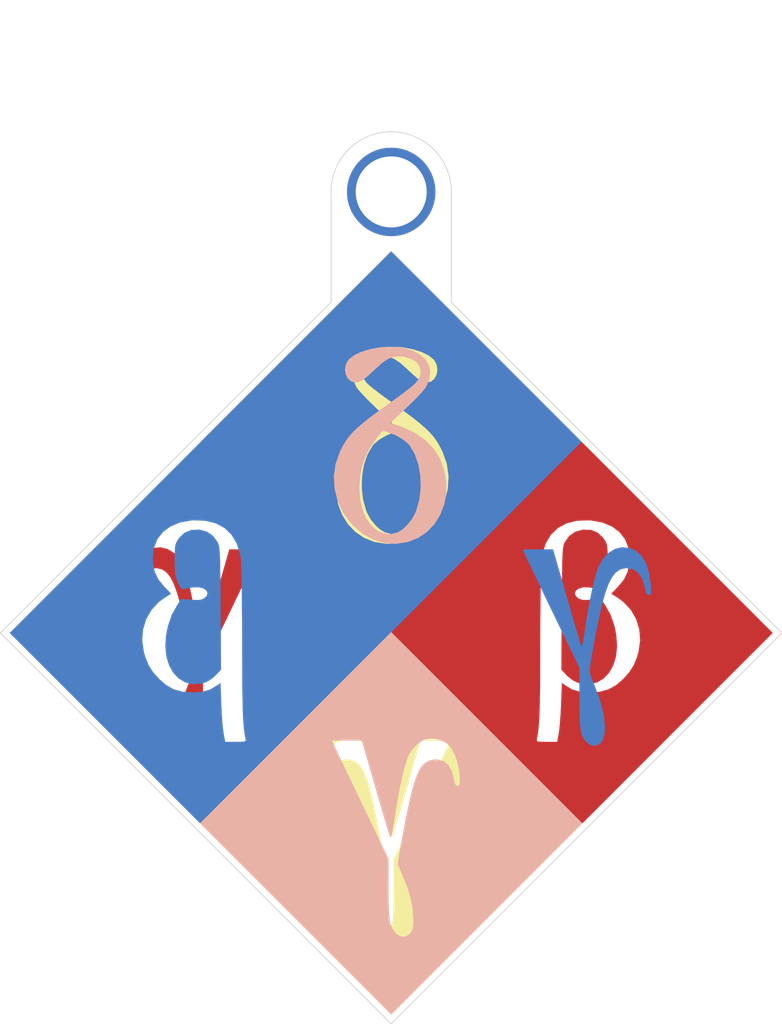
<source format=kicad_pcb>
(kicad_pcb (version 20171130) (host pcbnew "(5.1.9)-1")

  (general
    (thickness 1.6)
    (drawings 8)
    (tracks 0)
    (zones 0)
    (modules 7)
    (nets 1)
  )

  (page A4)
  (title_block
    (title "Diamond Keychain")
    (date 2019-12-18)
    (rev A)
    (company "Blacker Hovse Electrical Engineering")
    (comment 1 "BS EE 2020")
    (comment 2 "Ray Sun")
  )

  (layers
    (0 F.Cu signal)
    (31 B.Cu signal)
    (32 B.Adhes user hide)
    (33 F.Adhes user hide)
    (34 B.Paste user hide)
    (35 F.Paste user hide)
    (36 B.SilkS user)
    (37 F.SilkS user)
    (38 B.Mask user)
    (39 F.Mask user)
    (40 Dwgs.User user)
    (41 Cmts.User user)
    (42 Eco1.User user)
    (43 Eco2.User user)
    (44 Edge.Cuts user)
    (45 Margin user)
    (46 B.CrtYd user)
    (47 F.CrtYd user)
    (48 B.Fab user)
    (49 F.Fab user)
  )

  (setup
    (last_trace_width 0.25)
    (trace_clearance 0.2)
    (zone_clearance 0.508)
    (zone_45_only no)
    (trace_min 0.2)
    (via_size 0.8)
    (via_drill 0.4)
    (via_min_size 0.4)
    (via_min_drill 0.3)
    (uvia_size 0.3)
    (uvia_drill 0.1)
    (uvias_allowed no)
    (uvia_min_size 0.2)
    (uvia_min_drill 0.1)
    (edge_width 0.05)
    (segment_width 0.2)
    (pcb_text_width 0.3)
    (pcb_text_size 1.5 1.5)
    (mod_edge_width 0.12)
    (mod_text_size 1 1)
    (mod_text_width 0.15)
    (pad_size 5.6 5.6)
    (pad_drill 4.5)
    (pad_to_mask_clearance 0.051)
    (solder_mask_min_width 0.25)
    (aux_axis_origin 0 0)
    (visible_elements 7FFFFFFF)
    (pcbplotparams
      (layerselection 0x010f0_ffffffff)
      (usegerberextensions true)
      (usegerberattributes false)
      (usegerberadvancedattributes false)
      (creategerberjobfile false)
      (excludeedgelayer true)
      (linewidth 0.100000)
      (plotframeref false)
      (viasonmask false)
      (mode 1)
      (useauxorigin false)
      (hpglpennumber 1)
      (hpglpenspeed 20)
      (hpglpendiameter 15.000000)
      (psnegative false)
      (psa4output false)
      (plotreference false)
      (plotvalue false)
      (plotinvisibletext false)
      (padsonsilk true)
      (subtractmaskfromsilk true)
      (outputformat 1)
      (mirror false)
      (drillshape 0)
      (scaleselection 1)
      (outputdirectory "gerber/"))
  )

  (net 0 "")

  (net_class Default "This is the default net class."
    (clearance 0.2)
    (trace_width 0.25)
    (via_dia 0.8)
    (via_drill 0.4)
    (uvia_dia 0.3)
    (uvia_drill 0.1)
  )

  (module crest:blacker_diamond_alt_300_silk (layer B.Cu) (tedit 0) (tstamp 605F1FCC)
    (at 0.042545 -25.442545 180)
    (fp_text reference G*** (at 0 0) (layer B.SilkS) hide
      (effects (font (size 1.524 1.524) (thickness 0.3)) (justify mirror))
    )
    (fp_text value LOGO (at 0.75 0) (layer B.SilkS) hide
      (effects (font (size 1.524 1.524) (thickness 0.3)) (justify mirror))
    )
    (fp_poly (pts (xy 6.096 -6.053666) (xy 12.14937 -12.107481) (xy 6.095704 -18.161148) (xy 0.042037 -24.214814)
      (xy -6.011334 -18.161) (xy -12.064705 -12.107185) (xy -9.328736 -9.371216) (xy -4.318 -9.371216)
      (xy -4.30507 -9.604822) (xy -4.253967 -9.7125) (xy -4.158281 -9.736666) (xy -4.051664 -9.698763)
      (xy -3.982698 -9.560251) (xy -3.93855 -9.336487) (xy -3.80341 -8.807027) (xy -3.579972 -8.41485)
      (xy -3.272816 -8.164457) (xy -2.886518 -8.060355) (xy -2.647698 -8.06643) (xy -2.331797 -8.142308)
      (xy -2.066073 -8.304135) (xy -1.837224 -8.570005) (xy -1.631948 -8.958013) (xy -1.436943 -9.486253)
      (xy -1.321515 -9.870329) (xy -1.218403 -10.270489) (xy -1.096517 -10.801981) (xy -0.963128 -11.428819)
      (xy -0.825502 -12.115015) (xy -0.690911 -12.824584) (xy -0.566622 -13.521539) (xy -0.48486 -14.012333)
      (xy -0.376066 -14.689666) (xy -0.70475 -15.451666) (xy -1.004637 -16.2128) (xy -1.206995 -16.897893)
      (xy -1.323149 -17.560614) (xy -1.364427 -18.254631) (xy -1.362191 -18.567015) (xy -1.290397 -18.899926)
      (xy -1.116293 -19.140579) (xy -0.875523 -19.273951) (xy -0.603732 -19.285019) (xy -0.336564 -19.158761)
      (xy -0.222447 -19.04737) (xy -0.092188 -18.877723) (xy 0.009076 -18.70009) (xy 0.085001 -18.490983)
      (xy 0.139248 -18.226913) (xy 0.175474 -17.884393) (xy 0.197339 -17.439933) (xy 0.2085 -16.870045)
      (xy 0.212345 -16.256) (xy 0.217963 -14.351) (xy 1.644238 -11.387666) (xy 1.978715 -10.692186)
      (xy 2.305073 -10.012568) (xy 2.612457 -9.371488) (xy 2.890013 -8.791626) (xy 3.126885 -8.295659)
      (xy 3.312219 -7.906264) (xy 3.435161 -7.64612) (xy 3.437483 -7.641166) (xy 3.804453 -6.858)
      (xy 1.901124 -6.858) (xy 1.065521 -9.757833) (xy 0.868403 -10.439457) (xy 0.682461 -11.077797)
      (xy 0.513726 -11.652492) (xy 0.368232 -12.143182) (xy 0.252012 -12.529506) (xy 0.171097 -12.791102)
      (xy 0.134119 -12.90138) (xy 0.098384 -12.970183) (xy 0.064377 -12.971151) (xy 0.027694 -12.886658)
      (xy -0.016071 -12.699075) (xy -0.071322 -12.390777) (xy -0.142463 -11.944135) (xy -0.200945 -11.56047)
      (xy -0.341633 -10.694126) (xy -0.491317 -9.891635) (xy -0.645163 -9.173919) (xy -0.798337 -8.5619)
      (xy -0.946006 -8.076502) (xy -1.083334 -7.738646) (xy -1.084478 -7.736399) (xy -1.299651 -7.411067)
      (xy -1.579902 -7.117762) (xy -1.87745 -6.900208) (xy -2.097053 -6.809818) (xy -2.302612 -6.762203)
      (xy -2.423742 -6.730585) (xy -2.611346 -6.729218) (xy -2.884756 -6.786414) (xy -3.179134 -6.883412)
      (xy -3.429637 -7.00145) (xy -3.486378 -7.038045) (xy -3.745635 -7.309227) (xy -3.97165 -7.711402)
      (xy -4.151177 -8.207415) (xy -4.270974 -8.760112) (xy -4.317798 -9.332336) (xy -4.318 -9.371216)
      (xy -9.328736 -9.371216) (xy 0.042629 0.000149) (xy 6.096 -6.053666)) (layer B.SilkS) (width 0.01))
    (fp_poly (pts (xy 0.60928 18.061023) (xy 0.830457 18.03588) (xy 1.435812 17.919392) (xy 1.977526 17.744766)
      (xy 2.421645 17.525824) (xy 2.734215 17.276386) (xy 2.755205 17.252354) (xy 2.918104 16.959061)
      (xy 2.967906 16.636308) (xy 2.916452 16.323316) (xy 2.775581 16.059307) (xy 2.557135 15.883501)
      (xy 2.326615 15.832667) (xy 2.151737 15.84912) (xy 1.978198 15.910444) (xy 1.77895 16.034586)
      (xy 1.526945 16.239496) (xy 1.195133 16.543119) (xy 1.05405 16.677071) (xy 0.627015 17.056534)
      (xy 0.260607 17.309341) (xy -0.078724 17.449562) (xy -0.424529 17.491269) (xy -0.793177 17.451792)
      (xy -1.256962 17.307009) (xy -1.590751 17.081432) (xy -1.78641 16.793378) (xy -1.835807 16.461161)
      (xy -1.730811 16.103097) (xy -1.524753 15.804126) (xy -1.377298 15.665734) (xy -1.117948 15.452402)
      (xy -0.774111 15.185456) (xy -0.3732 14.886224) (xy 0.016238 14.60518) (xy 0.729256 14.094038)
      (xy 1.316864 13.659005) (xy 1.795658 13.283953) (xy 2.182237 12.952756) (xy 2.493198 12.649287)
      (xy 2.745139 12.357419) (xy 2.954658 12.061026) (xy 3.138352 11.74398) (xy 3.302607 11.412081)
      (xy 3.566339 10.654792) (xy 3.672696 9.870419) (xy 3.625908 9.082457) (xy 3.430203 8.314401)
      (xy 3.089812 7.589743) (xy 2.608962 6.93198) (xy 2.469309 6.782789) (xy 1.839229 6.243002)
      (xy 1.171509 5.865444) (xy 0.471265 5.651669) (xy -0.256388 5.603233) (xy -1.006335 5.721691)
      (xy -1.013948 5.723729) (xy -1.669643 5.982035) (xy -2.23521 6.368665) (xy -2.703035 6.864073)
      (xy -3.065503 7.448712) (xy -3.314998 8.103038) (xy -3.443906 8.807503) (xy -3.444256 9.172622)
      (xy -1.828853 9.172622) (xy -1.748158 8.436201) (xy -1.560251 7.745472) (xy -1.470755 7.526203)
      (xy -1.255961 7.147263) (xy -0.977927 6.797062) (xy -0.67376 6.51372) (xy -0.38057 6.33536)
      (xy -0.280171 6.30313) (xy -0.077231 6.256253) (xy 0.042333 6.225697) (xy 0.225479 6.222418)
      (xy 0.488446 6.27116) (xy 0.756018 6.355847) (xy 0.853029 6.398945) (xy 1.036868 6.52585)
      (xy 1.261328 6.726711) (xy 1.377141 6.847168) (xy 1.669773 7.282969) (xy 1.884661 7.836126)
      (xy 2.017657 8.471496) (xy 2.064618 9.153932) (xy 2.021399 9.84829) (xy 1.883854 10.519425)
      (xy 1.830463 10.690736) (xy 1.585027 11.31536) (xy 1.2845 11.861417) (xy 0.88386 12.410487)
      (xy 0.876006 12.420217) (xy 0.588896 12.775433) (xy 0.210626 12.661591) (xy -0.266901 12.472831)
      (xy -0.704802 12.217564) (xy -1.048276 11.929768) (xy -1.137591 11.825618) (xy -1.456704 11.281234)
      (xy -1.680221 10.63262) (xy -1.805239 9.917255) (xy -1.828853 9.172622) (xy -3.444256 9.172622)
      (xy -3.444611 9.542562) (xy -3.309498 10.288669) (xy -3.057833 10.969881) (xy -2.669379 11.602741)
      (xy -2.137974 12.156571) (xy -1.474864 12.622324) (xy -0.691294 12.990954) (xy -0.432831 13.081768)
      (xy 0.108005 13.25818) (xy -0.926897 14.227924) (xy -1.290609 14.577895) (xy -1.62391 14.915509)
      (xy -1.900434 15.212785) (xy -2.093811 15.441743) (xy -2.159927 15.536334) (xy -2.374064 16.030092)
      (xy -2.431537 16.492446) (xy -2.343577 16.914009) (xy -2.121417 17.285392) (xy -1.776287 17.597208)
      (xy -1.319421 17.840067) (xy -0.76205 18.004581) (xy -0.115406 18.081363) (xy 0.60928 18.061023)) (layer B.SilkS) (width 0.01))
  )

  (module crest:blacker_diamond_alt_300_cu (layer B.Cu) (tedit 0) (tstamp 605F1DF6)
    (at 0.042545 -25.442545 180)
    (fp_text reference G*** (at 0 0) (layer B.SilkS) hide
      (effects (font (size 1.524 1.524) (thickness 0.3)) (justify mirror))
    )
    (fp_text value LOGO (at 0.75 0) (layer B.SilkS) hide
      (effects (font (size 1.524 1.524) (thickness 0.3)) (justify mirror))
    )
    (fp_poly (pts (xy 12.727485 6.474005) (xy 13.141633 6.300784) (xy 13.476249 5.979228) (xy 13.533055 5.898451)
      (xy 13.630614 5.739967) (xy 13.695075 5.589632) (xy 13.733246 5.407548) (xy 13.751934 5.15382)
      (xy 13.757948 4.788551) (xy 13.758333 4.578184) (xy 13.753932 4.129506) (xy 13.736406 3.804478)
      (xy 13.69927 3.557545) (xy 13.636038 3.343153) (xy 13.554642 3.147408) (xy 13.428457 2.891481)
      (xy 13.329043 2.764312) (xy 13.227048 2.734897) (xy 13.173642 2.744974) (xy 12.987534 2.783308)
      (xy 12.712334 2.826587) (xy 12.554317 2.847432) (xy 12.203129 2.848614) (xy 11.926955 2.772645)
      (xy 11.745224 2.640244) (xy 11.677361 2.47213) (xy 11.742795 2.289022) (xy 11.899297 2.148836)
      (xy 12.056192 2.073342) (xy 12.25825 2.041082) (xy 12.555392 2.046662) (xy 12.72621 2.059468)
      (xy 13.337826 2.111168) (xy 13.607079 1.711751) (xy 13.953816 1.085187) (xy 14.192562 0.381717)
      (xy 14.303904 -0.180253) (xy 14.353423 -0.884103) (xy 14.287835 -1.524004) (xy 14.118475 -2.086341)
      (xy 13.856676 -2.5575) (xy 13.513773 -2.923865) (xy 13.101101 -3.171821) (xy 12.629993 -3.287754)
      (xy 12.111786 -3.258047) (xy 11.811 -3.174767) (xy 11.552313 -3.039787) (xy 11.275401 -2.831282)
      (xy 11.150861 -2.711836) (xy 10.829389 -2.368707) (xy 10.854527 1.503814) (xy 10.860859 2.419849)
      (xy 10.867356 3.18222) (xy 10.874711 3.806594) (xy 10.883616 4.30864) (xy 10.894762 4.704027)
      (xy 10.908841 5.008421) (xy 10.926545 5.237491) (xy 10.948566 5.406906) (xy 10.975596 5.532333)
      (xy 11.008326 5.62944) (xy 11.039748 5.698613) (xy 11.326489 6.101326) (xy 11.714921 6.370481)
      (xy 12.192899 6.497879) (xy 12.228759 6.501223) (xy 12.727485 6.474005)) (layer B.Cu) (width 0.01))
    (fp_poly (pts (xy -14.130238 5.275583) (xy -13.71368 5.01897) (xy -13.356626 4.622775) (xy -13.074126 4.096713)
      (xy -13.041962 4.014793) (xy -12.923775 3.646157) (xy -12.792558 3.142687) (xy -12.655252 2.537703)
      (xy -12.518799 1.864521) (xy -12.390138 1.156461) (xy -12.276211 0.446841) (xy -12.227207 0.103804)
      (xy -12.167584 -0.297372) (xy -12.110168 -0.619234) (xy -12.060538 -0.834837) (xy -12.024269 -0.917232)
      (xy -12.016958 -0.912196) (xy -11.981216 -0.808711) (xy -11.90437 -0.561175) (xy -11.79198 -0.188315)
      (xy -11.649605 0.291142) (xy -11.482802 0.858471) (xy -11.297133 1.494945) (xy -11.098154 2.181837)
      (xy -11.086417 2.2225) (xy -10.212922 5.249334) (xy -8.295061 5.249334) (xy -8.414682 4.974167)
      (xy -8.475578 4.842302) (xy -8.602116 4.574734) (xy -8.786269 4.188228) (xy -9.020009 3.699548)
      (xy -9.295309 3.12546) (xy -9.604141 2.482729) (xy -9.938478 1.788118) (xy -10.20863 1.227667)
      (xy -11.882957 -2.243666) (xy -11.89088 -4.191) (xy -11.896098 -4.885302) (xy -11.907981 -5.433432)
      (xy -11.930329 -5.85853) (xy -11.966943 -6.183732) (xy -12.021623 -6.432176) (xy -12.09817 -6.627)
      (xy -12.200386 -6.791343) (xy -12.33207 -6.948341) (xy -12.346361 -6.963833) (xy -12.61642 -7.153548)
      (xy -12.909135 -7.18542) (xy -13.19303 -7.056336) (xy -13.202871 -7.0485) (xy -13.380687 -6.800929)
      (xy -13.478192 -6.426409) (xy -13.497717 -5.945789) (xy -13.441595 -5.379915) (xy -13.312159 -4.749636)
      (xy -13.111741 -4.075798) (xy -12.842673 -3.37925) (xy -12.775292 -3.226789) (xy -12.650389 -2.918062)
      (xy -12.562232 -2.637987) (xy -12.530667 -2.455173) (xy -12.547649 -2.254434) (xy -12.594849 -1.918413)
      (xy -12.666647 -1.477327) (xy -12.757425 -0.96139) (xy -12.861564 -0.400819) (xy -12.973445 0.17417)
      (xy -13.087448 0.73336) (xy -13.197956 1.246538) (xy -13.299348 1.683485) (xy -13.303281 1.699545)
      (xy -13.509427 2.451006) (xy -13.72325 3.044378) (xy -13.952229 3.490908) (xy -14.20384 3.801839)
      (xy -14.485563 3.988418) (xy -14.804877 4.061888) (xy -14.875726 4.064) (xy -15.283515 3.989073)
      (xy -15.611923 3.765776) (xy -15.858991 3.396337) (xy -16.022761 2.882984) (xy -16.051345 2.726904)
      (xy -16.106483 2.493031) (xy -16.189217 2.388427) (xy -16.27892 2.370667) (xy -16.363809 2.382138)
      (xy -16.410515 2.439668) (xy -16.425532 2.577933) (xy -16.415354 2.83161) (xy -16.401811 3.026834)
      (xy -16.298293 3.75902) (xy -16.105536 4.362831) (xy -15.826915 4.832374) (xy -15.465807 5.161754)
      (xy -15.081658 5.331207) (xy -14.591248 5.3829) (xy -14.130238 5.275583)) (layer B.Cu) (width 0.01))
    (fp_poly (pts (xy 24.214778 -0.042665) (xy 18.182056 -6.074944) (xy 12.149335 -12.107223) (xy 6.889223 -6.847014)
      (xy 9.255403 -6.847014) (xy 9.290502 -6.903644) (xy 9.406288 -6.931898) (xy 9.635138 -6.941618)
      (xy 9.89534 -6.942666) (xy 10.56524 -6.942666) (xy 10.663121 -6.4135) (xy 10.701182 -6.138366)
      (xy 10.739643 -5.73969) (xy 10.774854 -5.263212) (xy 10.803165 -4.754676) (xy 10.811877 -4.548945)
      (xy 10.862753 -3.213557) (xy 11.040543 -3.345248) (xy 11.499048 -3.61872) (xy 11.993827 -3.771323)
      (xy 12.577604 -3.818948) (xy 12.612052 -3.818846) (xy 13.268307 -3.768555) (xy 13.819316 -3.616217)
      (xy 14.305887 -3.345467) (xy 14.746205 -2.963071) (xy 15.141773 -2.515365) (xy 15.422525 -2.072967)
      (xy 15.626615 -1.568561) (xy 15.717864 -1.24871) (xy 15.822654 -0.528434) (xy 15.771324 0.170277)
      (xy 15.572036 0.825783) (xy 15.232956 1.416447) (xy 14.762248 1.920631) (xy 14.429116 2.166844)
      (xy 13.993332 2.445611) (xy 14.434109 2.900688) (xy 14.804347 3.35941) (xy 15.034206 3.84401)
      (xy 15.141385 4.399558) (xy 15.154506 4.73525) (xy 15.078618 5.358746) (xy 14.85928 5.900965)
      (xy 14.506029 6.35321) (xy 14.028401 6.706788) (xy 13.435935 6.953003) (xy 12.738167 7.083162)
      (xy 12.565264 7.095691) (xy 11.813184 7.068432) (xy 11.159249 6.904968) (xy 10.60835 6.609282)
      (xy 10.165377 6.185357) (xy 9.835221 5.637175) (xy 9.62277 4.968719) (xy 9.570254 4.656436)
      (xy 9.554712 4.452474) (xy 9.54001 4.09715) (xy 9.526434 3.608436) (xy 9.51427 3.004303)
      (xy 9.503805 2.302723) (xy 9.495325 1.521665) (xy 9.489117 0.679102) (xy 9.485465 -0.206995)
      (xy 9.484641 -0.719666) (xy 9.482849 -1.827678) (xy 9.478759 -2.781045) (xy 9.471843 -3.594444)
      (xy 9.461577 -4.282553) (xy 9.447434 -4.860052) (xy 9.42889 -5.341618) (xy 9.405418 -5.741929)
      (xy 9.376492 -6.075664) (xy 9.341588 -6.357501) (xy 9.300179 -6.602119) (xy 9.26861 -6.752166)
      (xy 9.255403 -6.847014) (xy 6.889223 -6.847014) (xy -12.022779 12.065333) (xy -5.990057 18.097612)
      (xy 0.042664 24.129891) (xy 24.214778 -0.042665)) (layer B.Cu) (width 0.01))
  )

  (module crest:blacker_diamond_alt_300_mask (layer B.Cu) (tedit 0) (tstamp 605F1FBD)
    (at 0.042545 -25.442545 180)
    (fp_text reference G*** (at 0 0) (layer B.SilkS) hide
      (effects (font (size 1.524 1.524) (thickness 0.3)) (justify mirror))
    )
    (fp_text value LOGO (at 0.75 0) (layer B.SilkS) hide
      (effects (font (size 1.524 1.524) (thickness 0.3)) (justify mirror))
    )
    (fp_poly (pts (xy 18.161074 6.011112) (xy 24.214814 -0.042629) (xy 18.182019 -6.074981) (xy 12.149224 -12.107334)
      (xy 6.095926 -6.053593) (xy 0.042629 0.000148) (xy 12.107333 12.064852) (xy 18.161074 6.011112)) (layer B.Mask) (width 0.01))
    (fp_poly (pts (xy -14.531076 5.376748) (xy -14.381197 5.338158) (xy -14.204387 5.297515) (xy -13.927621 5.172688)
      (xy -13.629695 4.936918) (xy -13.358391 4.63393) (xy -13.191811 4.370934) (xy -13.054595 4.034464)
      (xy -12.906996 3.550268) (xy -12.753849 2.939268) (xy -12.599987 2.222388) (xy -12.450246 1.420549)
      (xy -12.309458 0.554673) (xy -12.308278 0.546863) (xy -12.224085 -0.001886) (xy -12.158721 -0.400532)
      (xy -12.107782 -0.6667) (xy -12.066863 -0.818018) (xy -12.031559 -0.872114) (xy -11.997466 -0.846614)
      (xy -11.973215 -0.794047) (xy -11.927918 -0.657506) (xy -11.842068 -0.378527) (xy -11.721697 0.02253)
      (xy -11.572837 0.525304) (xy -11.401522 1.109433) (xy -11.213784 1.754558) (xy -11.041812 2.3495)
      (xy -10.206209 5.249334) (xy -8.30288 5.249334) (xy -8.66985 4.466167) (xy -8.790981 4.209777)
      (xy -8.974794 3.823532) (xy -9.210434 3.33011) (xy -9.487046 2.752189) (xy -9.793776 2.112446)
      (xy -10.119769 1.433561) (xy -10.454171 0.738209) (xy -10.463095 0.719667) (xy -11.88937 -2.243666)
      (xy -11.894988 -4.148666) (xy -11.899829 -4.846365) (xy -11.9122 -5.398264) (xy -11.935759 -5.82785)
      (xy -11.974165 -6.158612) (xy -12.031077 -6.41404) (xy -12.110154 -6.617621) (xy -12.215053 -6.792843)
      (xy -12.329781 -6.940037) (xy -12.591605 -7.148191) (xy -12.874796 -7.193117) (xy -13.156385 -7.073602)
      (xy -13.254182 -6.988848) (xy -13.429192 -6.711304) (xy -13.469524 -6.459681) (xy -13.456205 -5.736657)
      (xy -13.372745 -5.067375) (xy -13.207819 -4.398169) (xy -12.950102 -3.675368) (xy -12.812083 -3.344333)
      (xy -12.483399 -2.582333) (xy -12.592194 -1.905) (xy -12.704046 -1.24094) (xy -12.83163 -0.53739)
      (xy -12.967677 0.169664) (xy -13.104917 0.844236) (xy -13.236082 1.450338) (xy -13.353901 1.951984)
      (xy -13.428848 2.237005) (xy -13.62403 2.856312) (xy -13.821646 3.324729) (xy -14.035 3.66035)
      (xy -14.277394 3.88127) (xy -14.56213 4.005583) (xy -14.755032 4.040903) (xy -15.18199 4.017319)
      (xy -15.532268 3.845024) (xy -15.801288 3.528522) (xy -15.984473 3.072316) (xy -16.045883 2.770847)
      (xy -16.098934 2.51796) (xy -16.172325 2.397206) (xy -16.265614 2.370667) (xy -16.367712 2.400253)
      (xy -16.414772 2.51718) (xy -16.425334 2.736117) (xy -16.38398 3.30832) (xy -16.268748 3.863534)
      (xy -16.092881 4.364603) (xy -15.869621 4.774373) (xy -15.612213 5.055689) (xy -15.593711 5.069288)
      (xy -15.368923 5.189975) (xy -15.08087 5.295232) (xy -14.794393 5.366297) (xy -14.574333 5.38441)
      (xy -14.531076 5.376748)) (layer B.Mask) (width 0.01))
  )

  (module crest:blacker_diamond_alt_300_silk (layer F.Cu) (tedit 0) (tstamp 605F1FAE)
    (at -0.042545 -25.442545)
    (fp_text reference G*** (at 0 0) (layer F.SilkS) hide
      (effects (font (size 1.524 1.524) (thickness 0.3)))
    )
    (fp_text value LOGO (at 0.75 0) (layer F.SilkS) hide
      (effects (font (size 1.524 1.524) (thickness 0.3)))
    )
    (fp_poly (pts (xy 0.60928 -18.061023) (xy 0.830457 -18.03588) (xy 1.435812 -17.919392) (xy 1.977526 -17.744766)
      (xy 2.421645 -17.525824) (xy 2.734215 -17.276386) (xy 2.755205 -17.252354) (xy 2.918104 -16.959061)
      (xy 2.967906 -16.636308) (xy 2.916452 -16.323316) (xy 2.775581 -16.059307) (xy 2.557135 -15.883501)
      (xy 2.326615 -15.832667) (xy 2.151737 -15.84912) (xy 1.978198 -15.910444) (xy 1.77895 -16.034586)
      (xy 1.526945 -16.239496) (xy 1.195133 -16.543119) (xy 1.05405 -16.677071) (xy 0.627015 -17.056534)
      (xy 0.260607 -17.309341) (xy -0.078724 -17.449562) (xy -0.424529 -17.491269) (xy -0.793177 -17.451792)
      (xy -1.256962 -17.307009) (xy -1.590751 -17.081432) (xy -1.78641 -16.793378) (xy -1.835807 -16.461161)
      (xy -1.730811 -16.103097) (xy -1.524753 -15.804126) (xy -1.377298 -15.665734) (xy -1.117948 -15.452402)
      (xy -0.774111 -15.185456) (xy -0.3732 -14.886224) (xy 0.016238 -14.60518) (xy 0.729256 -14.094038)
      (xy 1.316864 -13.659005) (xy 1.795658 -13.283953) (xy 2.182237 -12.952756) (xy 2.493198 -12.649287)
      (xy 2.745139 -12.357419) (xy 2.954658 -12.061026) (xy 3.138352 -11.74398) (xy 3.302607 -11.412081)
      (xy 3.566339 -10.654792) (xy 3.672696 -9.870419) (xy 3.625908 -9.082457) (xy 3.430203 -8.314401)
      (xy 3.089812 -7.589743) (xy 2.608962 -6.93198) (xy 2.469309 -6.782789) (xy 1.839229 -6.243002)
      (xy 1.171509 -5.865444) (xy 0.471265 -5.651669) (xy -0.256388 -5.603233) (xy -1.006335 -5.721691)
      (xy -1.013948 -5.723729) (xy -1.669643 -5.982035) (xy -2.23521 -6.368665) (xy -2.703035 -6.864073)
      (xy -3.065503 -7.448712) (xy -3.314998 -8.103038) (xy -3.443906 -8.807503) (xy -3.444256 -9.172622)
      (xy -1.828853 -9.172622) (xy -1.748158 -8.436201) (xy -1.560251 -7.745472) (xy -1.470755 -7.526203)
      (xy -1.255961 -7.147263) (xy -0.977927 -6.797062) (xy -0.67376 -6.51372) (xy -0.38057 -6.33536)
      (xy -0.280171 -6.30313) (xy -0.077231 -6.256253) (xy 0.042333 -6.225697) (xy 0.225479 -6.222418)
      (xy 0.488446 -6.27116) (xy 0.756018 -6.355847) (xy 0.853029 -6.398945) (xy 1.036868 -6.52585)
      (xy 1.261328 -6.726711) (xy 1.377141 -6.847168) (xy 1.669773 -7.282969) (xy 1.884661 -7.836126)
      (xy 2.017657 -8.471496) (xy 2.064618 -9.153932) (xy 2.021399 -9.84829) (xy 1.883854 -10.519425)
      (xy 1.830463 -10.690736) (xy 1.585027 -11.31536) (xy 1.2845 -11.861417) (xy 0.88386 -12.410487)
      (xy 0.876006 -12.420217) (xy 0.588896 -12.775433) (xy 0.210626 -12.661591) (xy -0.266901 -12.472831)
      (xy -0.704802 -12.217564) (xy -1.048276 -11.929768) (xy -1.137591 -11.825618) (xy -1.456704 -11.281234)
      (xy -1.680221 -10.63262) (xy -1.805239 -9.917255) (xy -1.828853 -9.172622) (xy -3.444256 -9.172622)
      (xy -3.444611 -9.542562) (xy -3.309498 -10.288669) (xy -3.057833 -10.969881) (xy -2.669379 -11.602741)
      (xy -2.137974 -12.156571) (xy -1.474864 -12.622324) (xy -0.691294 -12.990954) (xy -0.432831 -13.081768)
      (xy 0.108005 -13.25818) (xy -0.926897 -14.227924) (xy -1.290609 -14.577895) (xy -1.62391 -14.915509)
      (xy -1.900434 -15.212785) (xy -2.093811 -15.441743) (xy -2.159927 -15.536334) (xy -2.374064 -16.030092)
      (xy -2.431537 -16.492446) (xy -2.343577 -16.914009) (xy -2.121417 -17.285392) (xy -1.776287 -17.597208)
      (xy -1.319421 -17.840067) (xy -0.76205 -18.004581) (xy -0.115406 -18.081363) (xy 0.60928 -18.061023)) (layer F.SilkS) (width 0.01))
    (fp_poly (pts (xy 6.096 6.053666) (xy 12.14937 12.107481) (xy 6.095704 18.161148) (xy 0.042037 24.214814)
      (xy -6.011334 18.161) (xy -12.064705 12.107185) (xy -9.328736 9.371216) (xy -4.318 9.371216)
      (xy -4.30507 9.604822) (xy -4.253967 9.7125) (xy -4.158281 9.736666) (xy -4.051664 9.698763)
      (xy -3.982698 9.560251) (xy -3.93855 9.336487) (xy -3.80341 8.807027) (xy -3.579972 8.41485)
      (xy -3.272816 8.164457) (xy -2.886518 8.060355) (xy -2.647698 8.06643) (xy -2.331797 8.142308)
      (xy -2.066073 8.304135) (xy -1.837224 8.570005) (xy -1.631948 8.958013) (xy -1.436943 9.486253)
      (xy -1.321515 9.870329) (xy -1.218403 10.270489) (xy -1.096517 10.801981) (xy -0.963128 11.428819)
      (xy -0.825502 12.115015) (xy -0.690911 12.824584) (xy -0.566622 13.521539) (xy -0.48486 14.012333)
      (xy -0.376066 14.689666) (xy -0.70475 15.451666) (xy -1.004637 16.2128) (xy -1.206995 16.897893)
      (xy -1.323149 17.560614) (xy -1.364427 18.254631) (xy -1.362191 18.567015) (xy -1.290397 18.899926)
      (xy -1.116293 19.140579) (xy -0.875523 19.273951) (xy -0.603732 19.285019) (xy -0.336564 19.158761)
      (xy -0.222447 19.04737) (xy -0.092188 18.877723) (xy 0.009076 18.70009) (xy 0.085001 18.490983)
      (xy 0.139248 18.226913) (xy 0.175474 17.884393) (xy 0.197339 17.439933) (xy 0.2085 16.870045)
      (xy 0.212345 16.256) (xy 0.217963 14.351) (xy 1.644238 11.387666) (xy 1.978715 10.692186)
      (xy 2.305073 10.012568) (xy 2.612457 9.371488) (xy 2.890013 8.791626) (xy 3.126885 8.295659)
      (xy 3.312219 7.906264) (xy 3.435161 7.64612) (xy 3.437483 7.641166) (xy 3.804453 6.858)
      (xy 1.901124 6.858) (xy 1.065521 9.757833) (xy 0.868403 10.439457) (xy 0.682461 11.077797)
      (xy 0.513726 11.652492) (xy 0.368232 12.143182) (xy 0.252012 12.529506) (xy 0.171097 12.791102)
      (xy 0.134119 12.90138) (xy 0.098384 12.970183) (xy 0.064377 12.971151) (xy 0.027694 12.886658)
      (xy -0.016071 12.699075) (xy -0.071322 12.390777) (xy -0.142463 11.944135) (xy -0.200945 11.56047)
      (xy -0.341633 10.694126) (xy -0.491317 9.891635) (xy -0.645163 9.173919) (xy -0.798337 8.5619)
      (xy -0.946006 8.076502) (xy -1.083334 7.738646) (xy -1.084478 7.736399) (xy -1.299651 7.411067)
      (xy -1.579902 7.117762) (xy -1.87745 6.900208) (xy -2.097053 6.809818) (xy -2.302612 6.762203)
      (xy -2.423742 6.730585) (xy -2.611346 6.729218) (xy -2.884756 6.786414) (xy -3.179134 6.883412)
      (xy -3.429637 7.00145) (xy -3.486378 7.038045) (xy -3.745635 7.309227) (xy -3.97165 7.711402)
      (xy -4.151177 8.207415) (xy -4.270974 8.760112) (xy -4.317798 9.332336) (xy -4.318 9.371216)
      (xy -9.328736 9.371216) (xy 0.042629 -0.000149) (xy 6.096 6.053666)) (layer F.SilkS) (width 0.01))
  )

  (module crest:blacker_diamond_alt_300_mask (layer F.Cu) (tedit 0) (tstamp 605F2002)
    (at -0.042545 -25.442545)
    (fp_text reference G*** (at 0 0) (layer F.SilkS) hide
      (effects (font (size 1.524 1.524) (thickness 0.3)))
    )
    (fp_text value LOGO (at 0.75 0) (layer F.SilkS) hide
      (effects (font (size 1.524 1.524) (thickness 0.3)))
    )
    (fp_poly (pts (xy -14.531076 -5.376748) (xy -14.381197 -5.338158) (xy -14.204387 -5.297515) (xy -13.927621 -5.172688)
      (xy -13.629695 -4.936918) (xy -13.358391 -4.63393) (xy -13.191811 -4.370934) (xy -13.054595 -4.034464)
      (xy -12.906996 -3.550268) (xy -12.753849 -2.939268) (xy -12.599987 -2.222388) (xy -12.450246 -1.420549)
      (xy -12.309458 -0.554673) (xy -12.308278 -0.546863) (xy -12.224085 0.001886) (xy -12.158721 0.400532)
      (xy -12.107782 0.6667) (xy -12.066863 0.818018) (xy -12.031559 0.872114) (xy -11.997466 0.846614)
      (xy -11.973215 0.794047) (xy -11.927918 0.657506) (xy -11.842068 0.378527) (xy -11.721697 -0.02253)
      (xy -11.572837 -0.525304) (xy -11.401522 -1.109433) (xy -11.213784 -1.754558) (xy -11.041812 -2.3495)
      (xy -10.206209 -5.249334) (xy -8.30288 -5.249334) (xy -8.66985 -4.466167) (xy -8.790981 -4.209777)
      (xy -8.974794 -3.823532) (xy -9.210434 -3.33011) (xy -9.487046 -2.752189) (xy -9.793776 -2.112446)
      (xy -10.119769 -1.433561) (xy -10.454171 -0.738209) (xy -10.463095 -0.719667) (xy -11.88937 2.243666)
      (xy -11.894988 4.148666) (xy -11.899829 4.846365) (xy -11.9122 5.398264) (xy -11.935759 5.82785)
      (xy -11.974165 6.158612) (xy -12.031077 6.41404) (xy -12.110154 6.617621) (xy -12.215053 6.792843)
      (xy -12.329781 6.940037) (xy -12.591605 7.148191) (xy -12.874796 7.193117) (xy -13.156385 7.073602)
      (xy -13.254182 6.988848) (xy -13.429192 6.711304) (xy -13.469524 6.459681) (xy -13.456205 5.736657)
      (xy -13.372745 5.067375) (xy -13.207819 4.398169) (xy -12.950102 3.675368) (xy -12.812083 3.344333)
      (xy -12.483399 2.582333) (xy -12.592194 1.905) (xy -12.704046 1.24094) (xy -12.83163 0.53739)
      (xy -12.967677 -0.169664) (xy -13.104917 -0.844236) (xy -13.236082 -1.450338) (xy -13.353901 -1.951984)
      (xy -13.428848 -2.237005) (xy -13.62403 -2.856312) (xy -13.821646 -3.324729) (xy -14.035 -3.66035)
      (xy -14.277394 -3.88127) (xy -14.56213 -4.005583) (xy -14.755032 -4.040903) (xy -15.18199 -4.017319)
      (xy -15.532268 -3.845024) (xy -15.801288 -3.528522) (xy -15.984473 -3.072316) (xy -16.045883 -2.770847)
      (xy -16.098934 -2.51796) (xy -16.172325 -2.397206) (xy -16.265614 -2.370667) (xy -16.367712 -2.400253)
      (xy -16.414772 -2.51718) (xy -16.425334 -2.736117) (xy -16.38398 -3.30832) (xy -16.268748 -3.863534)
      (xy -16.092881 -4.364603) (xy -15.869621 -4.774373) (xy -15.612213 -5.055689) (xy -15.593711 -5.069288)
      (xy -15.368923 -5.189975) (xy -15.08087 -5.295232) (xy -14.794393 -5.366297) (xy -14.574333 -5.38441)
      (xy -14.531076 -5.376748)) (layer F.Mask) (width 0.01))
    (fp_poly (pts (xy 18.161074 -6.011112) (xy 24.214814 0.042629) (xy 18.182019 6.074981) (xy 12.149224 12.107334)
      (xy 6.095926 6.053593) (xy 0.042629 -0.000148) (xy 12.107333 -12.064852) (xy 18.161074 -6.011112)) (layer F.Mask) (width 0.01))
  )

  (module crest:blacker_diamond_alt_300_cu (layer F.Cu) (tedit 0) (tstamp 605F1FDC)
    (at -0.042545 -25.442545)
    (fp_text reference G*** (at 0 0) (layer F.SilkS) hide
      (effects (font (size 1.524 1.524) (thickness 0.3)))
    )
    (fp_text value LOGO (at 0.75 0) (layer F.SilkS) hide
      (effects (font (size 1.524 1.524) (thickness 0.3)))
    )
    (fp_poly (pts (xy 24.214778 0.042665) (xy 18.182056 6.074944) (xy 12.149335 12.107223) (xy 6.889223 6.847014)
      (xy 9.255403 6.847014) (xy 9.290502 6.903644) (xy 9.406288 6.931898) (xy 9.635138 6.941618)
      (xy 9.89534 6.942666) (xy 10.56524 6.942666) (xy 10.663121 6.4135) (xy 10.701182 6.138366)
      (xy 10.739643 5.73969) (xy 10.774854 5.263212) (xy 10.803165 4.754676) (xy 10.811877 4.548945)
      (xy 10.862753 3.213557) (xy 11.040543 3.345248) (xy 11.499048 3.61872) (xy 11.993827 3.771323)
      (xy 12.577604 3.818948) (xy 12.612052 3.818846) (xy 13.268307 3.768555) (xy 13.819316 3.616217)
      (xy 14.305887 3.345467) (xy 14.746205 2.963071) (xy 15.141773 2.515365) (xy 15.422525 2.072967)
      (xy 15.626615 1.568561) (xy 15.717864 1.24871) (xy 15.822654 0.528434) (xy 15.771324 -0.170277)
      (xy 15.572036 -0.825783) (xy 15.232956 -1.416447) (xy 14.762248 -1.920631) (xy 14.429116 -2.166844)
      (xy 13.993332 -2.445611) (xy 14.434109 -2.900688) (xy 14.804347 -3.35941) (xy 15.034206 -3.84401)
      (xy 15.141385 -4.399558) (xy 15.154506 -4.73525) (xy 15.078618 -5.358746) (xy 14.85928 -5.900965)
      (xy 14.506029 -6.35321) (xy 14.028401 -6.706788) (xy 13.435935 -6.953003) (xy 12.738167 -7.083162)
      (xy 12.565264 -7.095691) (xy 11.813184 -7.068432) (xy 11.159249 -6.904968) (xy 10.60835 -6.609282)
      (xy 10.165377 -6.185357) (xy 9.835221 -5.637175) (xy 9.62277 -4.968719) (xy 9.570254 -4.656436)
      (xy 9.554712 -4.452474) (xy 9.54001 -4.09715) (xy 9.526434 -3.608436) (xy 9.51427 -3.004303)
      (xy 9.503805 -2.302723) (xy 9.495325 -1.521665) (xy 9.489117 -0.679102) (xy 9.485465 0.206995)
      (xy 9.484641 0.719666) (xy 9.482849 1.827678) (xy 9.478759 2.781045) (xy 9.471843 3.594444)
      (xy 9.461577 4.282553) (xy 9.447434 4.860052) (xy 9.42889 5.341618) (xy 9.405418 5.741929)
      (xy 9.376492 6.075664) (xy 9.341588 6.357501) (xy 9.300179 6.602119) (xy 9.26861 6.752166)
      (xy 9.255403 6.847014) (xy 6.889223 6.847014) (xy -12.022779 -12.065333) (xy -5.990057 -18.097612)
      (xy 0.042664 -24.129891) (xy 24.214778 0.042665)) (layer F.Cu) (width 0.01))
    (fp_poly (pts (xy -14.130238 -5.275583) (xy -13.71368 -5.01897) (xy -13.356626 -4.622775) (xy -13.074126 -4.096713)
      (xy -13.041962 -4.014793) (xy -12.923775 -3.646157) (xy -12.792558 -3.142687) (xy -12.655252 -2.537703)
      (xy -12.518799 -1.864521) (xy -12.390138 -1.156461) (xy -12.276211 -0.446841) (xy -12.227207 -0.103804)
      (xy -12.167584 0.297372) (xy -12.110168 0.619234) (xy -12.060538 0.834837) (xy -12.024269 0.917232)
      (xy -12.016958 0.912196) (xy -11.981216 0.808711) (xy -11.90437 0.561175) (xy -11.79198 0.188315)
      (xy -11.649605 -0.291142) (xy -11.482802 -0.858471) (xy -11.297133 -1.494945) (xy -11.098154 -2.181837)
      (xy -11.086417 -2.2225) (xy -10.212922 -5.249334) (xy -8.295061 -5.249334) (xy -8.414682 -4.974167)
      (xy -8.475578 -4.842302) (xy -8.602116 -4.574734) (xy -8.786269 -4.188228) (xy -9.020009 -3.699548)
      (xy -9.295309 -3.12546) (xy -9.604141 -2.482729) (xy -9.938478 -1.788118) (xy -10.20863 -1.227667)
      (xy -11.882957 2.243666) (xy -11.89088 4.191) (xy -11.896098 4.885302) (xy -11.907981 5.433432)
      (xy -11.930329 5.85853) (xy -11.966943 6.183732) (xy -12.021623 6.432176) (xy -12.09817 6.627)
      (xy -12.200386 6.791343) (xy -12.33207 6.948341) (xy -12.346361 6.963833) (xy -12.61642 7.153548)
      (xy -12.909135 7.18542) (xy -13.19303 7.056336) (xy -13.202871 7.0485) (xy -13.380687 6.800929)
      (xy -13.478192 6.426409) (xy -13.497717 5.945789) (xy -13.441595 5.379915) (xy -13.312159 4.749636)
      (xy -13.111741 4.075798) (xy -12.842673 3.37925) (xy -12.775292 3.226789) (xy -12.650389 2.918062)
      (xy -12.562232 2.637987) (xy -12.530667 2.455173) (xy -12.547649 2.254434) (xy -12.594849 1.918413)
      (xy -12.666647 1.477327) (xy -12.757425 0.96139) (xy -12.861564 0.400819) (xy -12.973445 -0.17417)
      (xy -13.087448 -0.73336) (xy -13.197956 -1.246538) (xy -13.299348 -1.683485) (xy -13.303281 -1.699545)
      (xy -13.509427 -2.451006) (xy -13.72325 -3.044378) (xy -13.952229 -3.490908) (xy -14.20384 -3.801839)
      (xy -14.485563 -3.988418) (xy -14.804877 -4.061888) (xy -14.875726 -4.064) (xy -15.283515 -3.989073)
      (xy -15.611923 -3.765776) (xy -15.858991 -3.396337) (xy -16.022761 -2.882984) (xy -16.051345 -2.726904)
      (xy -16.106483 -2.493031) (xy -16.189217 -2.388427) (xy -16.27892 -2.370667) (xy -16.363809 -2.382138)
      (xy -16.410515 -2.439668) (xy -16.425532 -2.577933) (xy -16.415354 -2.83161) (xy -16.401811 -3.026834)
      (xy -16.298293 -3.75902) (xy -16.105536 -4.362831) (xy -15.826915 -4.832374) (xy -15.465807 -5.161754)
      (xy -15.081658 -5.331207) (xy -14.591248 -5.3829) (xy -14.130238 -5.275583)) (layer F.Cu) (width 0.01))
    (fp_poly (pts (xy 12.727485 -6.474005) (xy 13.141633 -6.300784) (xy 13.476249 -5.979228) (xy 13.533055 -5.898451)
      (xy 13.630614 -5.739967) (xy 13.695075 -5.589632) (xy 13.733246 -5.407548) (xy 13.751934 -5.15382)
      (xy 13.757948 -4.788551) (xy 13.758333 -4.578184) (xy 13.753932 -4.129506) (xy 13.736406 -3.804478)
      (xy 13.69927 -3.557545) (xy 13.636038 -3.343153) (xy 13.554642 -3.147408) (xy 13.428457 -2.891481)
      (xy 13.329043 -2.764312) (xy 13.227048 -2.734897) (xy 13.173642 -2.744974) (xy 12.987534 -2.783308)
      (xy 12.712334 -2.826587) (xy 12.554317 -2.847432) (xy 12.203129 -2.848614) (xy 11.926955 -2.772645)
      (xy 11.745224 -2.640244) (xy 11.677361 -2.47213) (xy 11.742795 -2.289022) (xy 11.899297 -2.148836)
      (xy 12.056192 -2.073342) (xy 12.25825 -2.041082) (xy 12.555392 -2.046662) (xy 12.72621 -2.059468)
      (xy 13.337826 -2.111168) (xy 13.607079 -1.711751) (xy 13.953816 -1.085187) (xy 14.192562 -0.381717)
      (xy 14.303904 0.180253) (xy 14.353423 0.884103) (xy 14.287835 1.524004) (xy 14.118475 2.086341)
      (xy 13.856676 2.5575) (xy 13.513773 2.923865) (xy 13.101101 3.171821) (xy 12.629993 3.287754)
      (xy 12.111786 3.258047) (xy 11.811 3.174767) (xy 11.552313 3.039787) (xy 11.275401 2.831282)
      (xy 11.150861 2.711836) (xy 10.829389 2.368707) (xy 10.854527 -1.503814) (xy 10.860859 -2.419849)
      (xy 10.867356 -3.18222) (xy 10.874711 -3.806594) (xy 10.883616 -4.30864) (xy 10.894762 -4.704027)
      (xy 10.908841 -5.008421) (xy 10.926545 -5.237491) (xy 10.948566 -5.406906) (xy 10.975596 -5.532333)
      (xy 11.008326 -5.62944) (xy 11.039748 -5.698613) (xy 11.326489 -6.101326) (xy 11.714921 -6.370481)
      (xy 12.192899 -6.497879) (xy 12.228759 -6.501223) (xy 12.727485 -6.474005)) (layer F.Cu) (width 0.01))
  )

  (module MountingHole:MountingHole_4.5mm_Pad (layer F.Cu) (tedit 5DFAB43B) (tstamp 605F1FEF)
    (at -0.000005 -53.340005)
    (descr "Mounting Hole 4.5mm")
    (tags "mounting hole 4.5mm")
    (attr virtual)
    (fp_text reference REF** (at 0 -5.5) (layer F.SilkS) hide
      (effects (font (size 1 1) (thickness 0.15)))
    )
    (fp_text value MountingHole_4.5mm_Pad (at 0 5.5) (layer F.Fab) hide
      (effects (font (size 1 1) (thickness 0.15)))
    )
    (fp_circle (center 0 0) (end 4.5 0) (layer Cmts.User) (width 0.15))
    (fp_circle (center 0 0) (end 4.75 0) (layer F.CrtYd) (width 0.05))
    (fp_text user %R (at 0.3 0) (layer F.Fab)
      (effects (font (size 1 1) (thickness 0.15)))
    )
    (pad 1 thru_hole circle (at 0 0) (size 5.6 5.6) (drill 4.5) (layers *.Cu *.Mask))
  )

  (dimension 5.08 (width 0.15) (layer Dwgs.User) (tstamp 605F200E)
    (gr_text "5.080 mm" (at -2.540006 -64.800005) (layer Dwgs.User) (tstamp 605ED1C7)
      (effects (font (size 1 1) (thickness 0.15)))
    )
    (feature1 (pts (xy -0.000005 -60.960006) (xy -0.000006 -64.086427)))
    (feature2 (pts (xy -5.080006 -60.960006) (xy -5.080005 -64.086427)))
    (crossbar (pts (xy -5.080006 -63.500006) (xy -0.000005 -63.500006)))
    (arrow1a (pts (xy -0.000005 -63.500006) (xy -1.12651 -62.913585)))
    (arrow1b (pts (xy -0.000005 -63.500006) (xy -1.126509 -64.086427)))
    (arrow2a (pts (xy -5.080006 -63.500006) (xy -3.953502 -62.913585)))
    (arrow2b (pts (xy -5.080006 -63.500006) (xy -3.953502 -64.086426)))
  )
  (gr_arc (start -0.000005 -53.340005) (end 3.809994 -53.340006) (angle -180) (layer Edge.Cuts) (width 0.05) (tstamp 605F2013))
  (gr_line (start 3.81 -46.355) (end 3.809994 -53.340006) (layer Edge.Cuts) (width 0.05) (tstamp 605F201F))
  (gr_line (start -3.810006 -53.340005) (end -3.810006 -46.355) (layer Edge.Cuts) (width 0.05) (tstamp 605F2025))
  (gr_line (start 24.765 -25.4) (end 0 -0.635) (layer Edge.Cuts) (width 0.05) (tstamp 605F2022))
  (gr_line (start 3.809994 -46.355) (end 24.765 -25.4) (layer Edge.Cuts) (width 0.05) (tstamp 605F201C))
  (gr_line (start -24.765 -25.4) (end -3.81 -46.355) (layer Edge.Cuts) (width 0.05) (tstamp 605F2019))
  (gr_line (start 0 -0.635) (end -24.765 -25.4) (layer Edge.Cuts) (width 0.05) (tstamp 605F2016))

)

</source>
